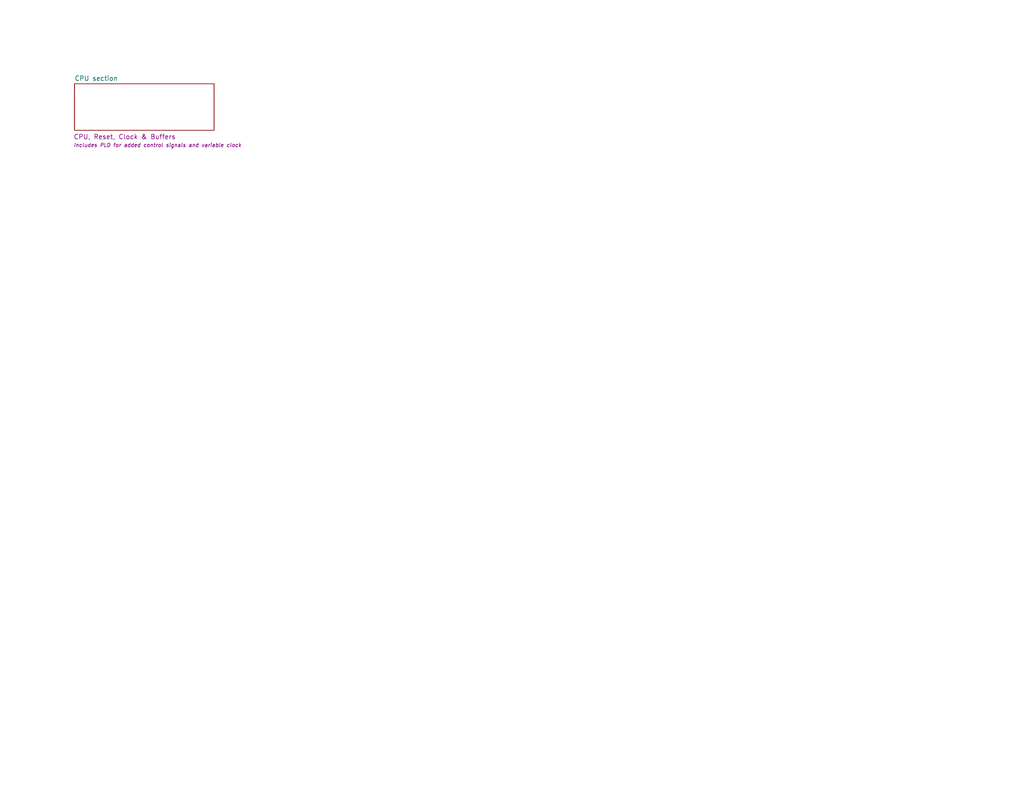
<source format=kicad_sch>
(kicad_sch
	(version 20231120)
	(generator "eeschema")
	(generator_version "8.0")
	(uuid "5aeeb5e8-9d85-437a-bcb8-c2a3d321d580")
	(paper "USLetter")
	(title_block
		(title "LogicSpark'09 Revisited")
		(date "2025-03-01")
		(rev "2.0")
		(company "Frédéric \"MicroHobbyist\" Segard")
		(comment 1 "https://microhobbyist.com/")
	)
	(lib_symbols)
	(sheet
		(at 20.32 22.86)
		(size 38.1 12.7)
		(stroke
			(width 0.1524)
			(type solid)
		)
		(fill
			(color 0 0 0 0.0000)
		)
		(uuid "09cbd9d8-b4d6-483c-bf1a-da195c518008")
		(property "Sheetname" "CPU section"
			(at 20.32 22.1484 0)
			(effects
				(font
					(size 1.27 1.27)
				)
				(justify left bottom)
			)
		)
		(property "Sheetfile" "CPU.kicad_sch"
			(at 20.32 36.1446 0)
			(effects
				(font
					(size 1.27 1.27)
				)
				(justify left top)
				(hide yes)
			)
		)
		(property "Title" "CPU, Reset, Clock & Buffers"
			(at 20.066 37.338 0)
			(do_not_autoplace yes)
			(effects
				(font
					(size 1.27 1.27)
				)
				(justify left)
			)
		)
		(property "More" "Includes PLD for added control signals and variable clock"
			(at 20.066 39.624 0)
			(effects
				(font
					(size 1.016 1.016)
					(italic yes)
				)
				(justify left)
			)
		)
		(instances
			(project "Episode 1 - The 6309 basics and more"
				(path "/5aeeb5e8-9d85-437a-bcb8-c2a3d321d580"
					(page "2")
				)
			)
		)
	)
	(sheet_instances
		(path "/"
			(page "1")
		)
	)
)

</source>
